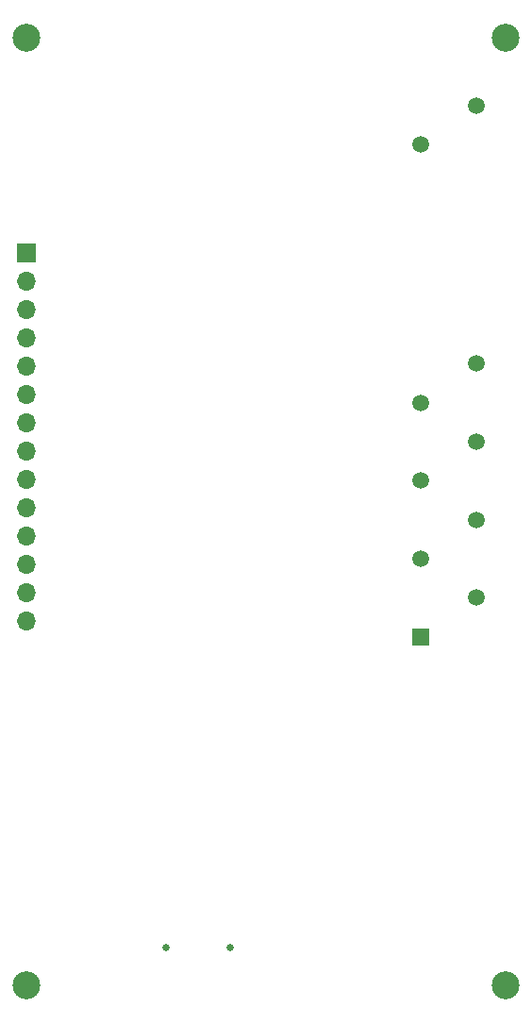
<source format=gbs>
%TF.GenerationSoftware,KiCad,Pcbnew,9.0.4*%
%TF.CreationDate,2025-08-31T12:14:26+02:00*%
%TF.ProjectId,tank_PCB,74616e6b-5f50-4434-922e-6b696361645f,rev?*%
%TF.SameCoordinates,Original*%
%TF.FileFunction,Soldermask,Bot*%
%TF.FilePolarity,Negative*%
%FSLAX46Y46*%
G04 Gerber Fmt 4.6, Leading zero omitted, Abs format (unit mm)*
G04 Created by KiCad (PCBNEW 9.0.4) date 2025-08-31 12:14:26*
%MOMM*%
%LPD*%
G01*
G04 APERTURE LIST*
%ADD10C,2.500000*%
%ADD11C,1.500000*%
%ADD12C,0.650000*%
%ADD13R,1.500000X1.500000*%
%ADD14R,1.700000X1.700000*%
%ADD15O,1.700000X1.700000*%
G04 APERTURE END LIST*
D10*
%TO.C,REF\u002A\u002A*%
X63000000Y-93000000D03*
%TD*%
%TO.C,REF\u002A\u002A*%
X63000000Y-178000000D03*
%TD*%
D11*
%TO.C,J2*%
X103400000Y-99050000D03*
X98400000Y-102550000D03*
%TD*%
D10*
%TO.C,REF\u002A\u002A*%
X106000000Y-178000000D03*
%TD*%
%TO.C,REF\u002A\u002A*%
X106000000Y-93000000D03*
%TD*%
D12*
%TO.C,J5*%
X75510000Y-174570000D03*
X81290000Y-174570000D03*
%TD*%
D13*
%TO.C,J3*%
X98400000Y-146700000D03*
D11*
X103400000Y-143200000D03*
X98400000Y-139700000D03*
X103400000Y-136200000D03*
X98400000Y-132700000D03*
X103400000Y-129200000D03*
X98400000Y-125700000D03*
X103400000Y-122200000D03*
%TD*%
D14*
%TO.C,J1*%
X63000000Y-112260000D03*
D15*
X63000000Y-114800000D03*
X63000000Y-117340000D03*
X63000000Y-119880000D03*
X63000000Y-122420000D03*
X63000000Y-124960000D03*
X63000000Y-127500000D03*
X63000000Y-130040000D03*
X63000000Y-132580000D03*
X63000000Y-135120000D03*
X63000000Y-137660000D03*
X63000000Y-140200000D03*
X63000000Y-142740000D03*
X63000000Y-145280000D03*
%TD*%
M02*

</source>
